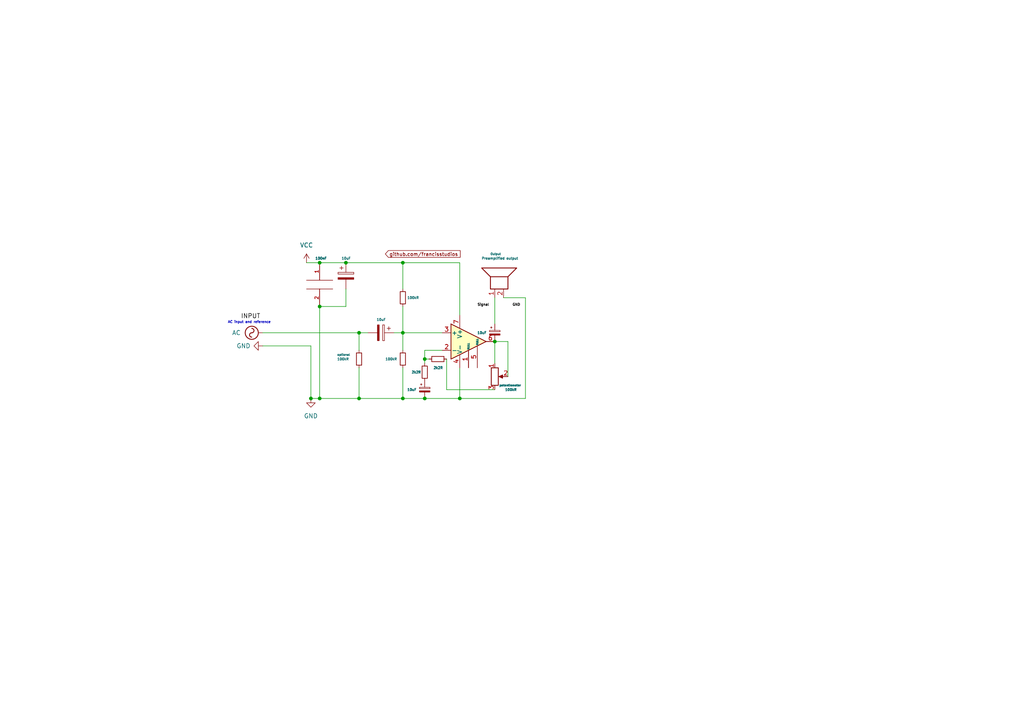
<source format=kicad_sch>
(kicad_sch (version 20211123) (generator eeschema)
  (paper "A4")
  (lib_symbols
    (symbol "Amplifier_Operational:TL071" (pin_names (offset 0.127))
      (property "Reference" "U" (at 0 6.35 0))
      (property "Value" "TL071" (at 0 3.81 0))
      (symbol "TL071_0_1"
        (polyline (pts (xy -5.08 5.08) (xy 5.08 0) (xy -5.08 -5.08) (xy -5.08 5.08)) (stroke (width 0.254)) (fill (type background)))
      )
      (symbol "TL071_1_1"
        (pin input line (at 0 -7.62 90) (length 5.08) (name "NULL") (number "1"))
        (pin input line (at -7.62 -2.54 0) (length 2.54) (name "-") (number "2"))
        (pin input line (at -7.62 2.54 0) (length 2.54) (name "+") (number "3"))
        (pin power_in line (at -2.54 -7.62 90) (length 3.81) (name "V-") (number "4"))
        (pin input line (at 2.54 -7.62 90) (length 6.35) (name "NULL") (number "5"))
        (pin output line (at 7.62 0 180) (length 2.54) (name "~") (number "6"))
        (pin power_in line (at -2.54 7.62 270) (length 3.81) (name "V+") (number "7"))
        (pin no_connect line (at 0 2.54 270) (length 2.54) hide (name "NC") (number "8"))
      )
    )
    (symbol "Device:C_Polarized" (pin_numbers hide) (pin_names (offset 0.254))
      (property "Reference" "C" (at 0.635 2.54 0))
      (property "Value" "C_Polarized" (at 0.635 -2.54 0))
      (symbol "C_Polarized_0_1"
        (rectangle (start -2.286 0.508) (end 2.286 1.016))
        (polyline (pts (xy -1.778 2.286) (xy -0.762 2.286)))
        (polyline (pts (xy -1.27 2.794) (xy -1.27 1.778)))
        (rectangle (start 2.286 -0.508) (end -2.286 -1.016) (fill (type outline)))
      )
      (symbol "C_Polarized_1_1"
        (pin passive line (at 0 3.81 270) (length 2.794) (name "~") (number "1"))
        (pin passive line (at 0 -3.81 90) (length 2.794) (name "~") (number "2"))
      )
    )
    (symbol "Device:C_Polarized_Small" (pin_numbers hide) (pin_names (offset 0.254) hide)
      (property "Reference" "C" (at 0.254 1.778 0))
      (property "Value" "C_Polarized_Small" (at 0.254 -2.032 0))
      (symbol "C_Polarized_Small_0_1"
        (rectangle (start -1.524 -0.3048) (end 1.524 -0.6858) (fill (type outline)))
        (rectangle (start -1.524 0.6858) (end 1.524 0.3048))
        (polyline (pts (xy -1.27 1.524) (xy -0.762 1.524)))
        (polyline (pts (xy -1.016 1.27) (xy -1.016 1.778)))
      )
      (symbol "C_Polarized_Small_1_1"
        (pin passive line (at 0 2.54 270) (length 1.8542) (name "~") (number "1"))
        (pin passive line (at 0 -2.54 90) (length 1.8542) (name "~") (number "2"))
      )
    )
    (symbol "Device:R_Potentiometer" (pin_names (offset 1.016) hide)
      (property "Reference" "RV" (at -4.445 0 90))
      (property "Value" "R_Potentiometer" (at -2.54 0 90))
      (symbol "R_Potentiometer_0_1"
        (polyline (pts (xy 2.54 0) (xy 1.524 0)))
        (polyline (pts (xy 1.143 0) (xy 2.286 0.508) (xy 2.286 -0.508) (xy 1.143 0)) (fill (type outline)))
        (rectangle (start 1.016 2.54) (end -1.016 -2.54) (stroke (width 0.254)))
      )
      (symbol "R_Potentiometer_1_1"
        (pin passive line (at 0 3.81 270) (length 1.27) (name "1") (number "1"))
        (pin passive line (at 3.81 0 180) (length 1.27) (name "2") (number "2"))
        (pin passive line (at 0 -3.81 90) (length 1.27) (name "3") (number "3"))
      )
    )
    (symbol "Device:R_Small" (pin_numbers hide) (pin_names (offset 0.254) hide)
      (property "Reference" "R" (at 0.762 0.508 0))
      (property "Value" "R_Small" (at 0.762 -1.016 0))
      (symbol "R_Small_0_1"
        (rectangle (start -0.762 1.778) (end 0.762 -1.778) (stroke (width 0.2032)))
      )
      (symbol "R_Small_1_1"
        (pin passive line (at 0 2.54 270) (length 0.762) (name "~") (number "1"))
        (pin passive line (at 0 -2.54 90) (length 0.762) (name "~") (number "2"))
      )
    )
    (symbol "Device:Speaker" (pin_names (offset 0) hide)
      (property "Reference" "LS" (at 1.27 5.715 0))
      (property "Value" "Speaker" (at 1.27 3.81 0))
      (symbol "Speaker_0_0"
        (rectangle (start -2.54 1.27) (end 1.016 -3.81) (stroke (width 0.254)))
        (polyline (pts (xy 1.016 1.27) (xy 3.556 3.81) (xy 3.556 -6.35) (xy 1.016 -3.81)) (stroke (width 0.254)))
      )
      (symbol "Speaker_1_1"
        (pin input line (at -5.08 0 0) (length 2.54) (name "1") (number "1"))
        (pin input line (at -5.08 -2.54 0) (length 2.54) (name "2") (number "2"))
      )
    )
    (symbol "power:AC" (power) (pin_names (offset 0))
      (property "Value" "AC" (at 0 6.35 0))
      (symbol "AC_0_1"
        (polyline (pts (xy 0 0) (xy 0 1.27)))
        (arc (start 0 3.175) (mid -0.635 3.81) (end -1.27 3.175) (stroke (width 0.254)))
        (arc (start 0 3.175) (mid 0.635 2.54) (end 1.27 3.175) (stroke (width 0.254)))
        (circle (center 0 3.175) (radius 1.905) (stroke (width 0.254)))
      )
      (symbol "AC_1_1"
        (pin power_in line (at 0 0 90) (length 0) hide (name "AC") (number "1"))
      )
    )
    (symbol "power:GND" (power) (pin_names (offset 0))
      (property "Value" "GND" (at 0 -3.81 0))
      (symbol "GND_0_1"
        (polyline (pts (xy 0 0) (xy 0 -1.27) (xy 1.27 -1.27) (xy 0 -2.54) (xy -1.27 -1.27) (xy 0 -1.27)))
      )
      (symbol "GND_1_1"
        (pin power_in line (at 0 0 270) (length 0) hide (name "GND") (number "1"))
      )
    )
    (symbol "power:VCC" (power) (pin_names (offset 0))
      (property "Value" "VCC" (at 0 3.81 0))
      (symbol "VCC_0_1"
        (polyline (pts (xy -0.762 1.27) (xy 0 2.54)))
        (polyline (pts (xy 0 0) (xy 0 2.54)))
        (polyline (pts (xy 0 2.54) (xy 0.762 1.27)))
      )
      (symbol "VCC_1_1"
        (pin power_in line (at 0 0 90) (length 0) hide (name "VCC") (number "1"))
      )
    )
    (symbol "pspice:CAP" (pin_names (offset 0.254))
      (property "Reference" "C" (at 2.54 3.81 90))
      (property "Value" "CAP" (at 2.54 -3.81 90))
      (symbol "CAP_0_1"
        (polyline (pts (xy -3.81 -1.27) (xy 3.81 -1.27)))
        (polyline (pts (xy -3.81 1.27) (xy 3.81 1.27)))
      )
      (symbol "CAP_1_1"
        (pin passive line (at 0 6.35 270) (length 5.08) (name "~") (number "1"))
        (pin passive line (at 0 -6.35 90) (length 5.08) (name "~") (number "2"))
      )
    )
  )
  (junction (at 92.71 76.2))
  (junction (at 104.14 115.57))
  (junction (at 92.71 88.9))
  (junction (at 104.14 96.52))
  (junction (at 90.17 115.57))
  (junction (at 123.19 115.57))
  (junction (at 100.33 76.2))
  (junction (at 123.19 104.14))
  (junction (at 143.51 99.06))
  (junction (at 92.71 115.57))
  (junction (at 116.84 96.52))
  (junction (at 116.84 115.57))
  (junction (at 133.35 115.57))
  (junction (at 116.84 76.2))
  (wire (pts (xy 129.54 113.03) (xy 129.54 104.14)))
  (wire (pts (xy 114.3 96.52) (xy 116.84 96.52)))
  (wire (pts (xy 143.51 93.98) (xy 143.51 86.36)))
  (wire (pts (xy 104.14 115.57) (xy 116.84 115.57)))
  (wire (pts (xy 133.35 91.44) (xy 133.35 76.2)))
  (wire (pts (xy 116.84 88.9) (xy 116.84 96.52)))
  (wire (pts (xy 106.68 96.52) (xy 104.14 96.52)))
  (wire (pts (xy 90.17 100.33) (xy 90.17 115.57)))
  (wire (pts (xy 116.84 76.2) (xy 100.33 76.2)))
  (wire (pts (xy 143.51 99.06) (xy 147.32 99.06)))
  (wire (pts (xy 128.27 101.6) (xy 123.19 101.6)))
  (wire (pts (xy 116.84 115.57) (xy 123.19 115.57)))
  (wire (pts (xy 100.33 83.82) (xy 100.33 88.9)))
  (wire (pts (xy 133.35 115.57) (xy 133.35 106.68)))
  (wire (pts (xy 92.71 76.2) (xy 88.9 76.2)))
  (wire (pts (xy 76.2 100.33) (xy 90.17 100.33)))
  (wire (pts (xy 116.84 96.52) (xy 128.27 96.52)))
  (wire (pts (xy 104.14 96.52) (xy 76.2 96.52)))
  (wire (pts (xy 116.84 106.68) (xy 116.84 115.57)))
  (wire (pts (xy 92.71 88.9) (xy 92.71 115.57)))
  (wire (pts (xy 124.46 104.14) (xy 123.19 104.14)))
  (wire (pts (xy 100.33 76.2) (xy 92.71 76.2)))
  (wire (pts (xy 100.33 88.9) (xy 92.71 88.9)))
  (wire (pts (xy 90.17 115.57) (xy 92.71 115.57)))
  (wire (pts (xy 133.35 76.2) (xy 116.84 76.2)))
  (wire (pts (xy 143.51 113.03) (xy 129.54 113.03)))
  (wire (pts (xy 143.51 105.41) (xy 143.51 99.06)))
  (wire (pts (xy 133.35 115.57) (xy 152.4 115.57)))
  (wire (pts (xy 116.84 83.82) (xy 116.84 76.2)))
  (wire (pts (xy 147.32 99.06) (xy 147.32 109.22)))
  (wire (pts (xy 152.4 115.57) (xy 152.4 86.36)))
  (wire (pts (xy 104.14 106.68) (xy 104.14 115.57)))
  (wire (pts (xy 123.19 104.14) (xy 123.19 105.41)))
  (wire (pts (xy 123.19 115.57) (xy 133.35 115.57)))
  (wire (pts (xy 116.84 101.6) (xy 116.84 96.52)))
  (wire (pts (xy 92.71 115.57) (xy 104.14 115.57)))
  (wire (pts (xy 152.4 86.36) (xy 146.05 86.36)))
  (wire (pts (xy 123.19 101.6) (xy 123.19 104.14)))
  (wire (pts (xy 104.14 101.6) (xy 104.14 96.52)))
  (text "AC input and reference" (at 66.04 93.98 0) (effects (font (size 0.7 0.7)) (justify left bottom)))
  (label "INPUT" (at 69.85 92.71 0))
  (label "GND" (at 148.59 88.9 0) (effects (font (size 0.7 0.7))))
  (label "Signal" (at 138.43 88.9 0) (effects (font (size 0.7 0.7))))
  (global_label "github.com{slash}francisstudios" (shape input) (at 111.76 73.66 0) (effects (font (size 1 1))) (property "Intersheet References" "${INTERSHEET_REFS}" (effects hide)))
  (symbol (lib_id "Device:R_Potentiometer") (at 143.51 109.22 0) (unit 1)
    (property "Reference" "potentiometer" (at 151.13 111.76 0) (effects (font (size 0.6 0.6)) (justify right)))
    (property "Value" "100kR" (at 149.86 113.03 0) (effects (font (size 0.7 0.7)) (justify right)))
  )
  (symbol (lib_id "Device:R_Small") (at 116.84 104.14 0) (unit 1)
    (property "Reference" "a" (effects hide))
    (property "Value" "100kR" (at 111.76 104.14 0) (effects (font (size 0.7 0.7)) (justify left)))
  )
  (symbol (lib_id "Device:C_Polarized") (at 110.49 96.52 270) (unit 1)
    (property "Reference" "C?" (effects hide))
    (property "Value" "10uF" (at 109.22 92.71 90) (effects (font (size 0.7 0.7)) (justify left)))
  )
  (symbol (lib_id "pspice:CAP") (at 92.71 82.55 0) (unit 1)
    (property "Reference" "C?" (effects hide))
    (property "Value" "100nF" (at 91.44 74.93 0) (effects (font (size 0.7 0.7)) (justify left)))
  )
  (symbol (lib_id "power:VCC") (at 88.9 76.2 0) (unit 1)
    (property "Reference" "#PWR?" (effects hide))
    (property "Value" "VCC" (at 88.9 71.12 0))
  )
  (symbol (lib_id "power:AC") (at 76.2 96.52 90) (unit 1)
    (property "Reference" "#PWR?" (effects hide))
    (property "Value" "AC" (at 69.85 96.5199 90) (effects (justify left)))
  )
  (symbol (lib_id "Device:C_Polarized_Small") (at 143.51 96.52 0) (unit 1)
    (property "Reference" "C?" (effects hide))
    (property "Value" "10uF" (at 138.43 96.52 0) (effects (font (size 0.7 0.7)) (justify left)))
  )
  (symbol (lib_id "Device:C_Polarized_Small") (at 123.19 113.03 0) (unit 1)
    (property "Reference" "C?" (effects hide))
    (property "Value" "10uF" (at 118.11 113.03 0) (effects (font (size 0.7 0.7)) (justify left)))
  )
  (symbol (lib_id "Device:R_Small") (at 127 104.14 270) (unit 1)
    (property "Reference" "a?" (effects hide))
    (property "Value" "2k2R" (at 125.73 106.68 90) (effects (font (size 0.7 0.7)) (justify left)))
  )
  (symbol (lib_id "Device:C_Polarized") (at 100.33 80.01 0) (unit 1)
    (property "Reference" "C?" (effects hide))
    (property "Value" "10uF" (at 99.06 74.93 0) (effects (font (size 0.7 0.7)) (justify left)))
  )
  (symbol (lib_id "Amplifier_Operational:TL071") (at 135.89 99.06 0) (unit 1)
    (property "Reference" "U?" (effects hide))
    (property "Value" "TL071" (effects hide))
    (property "Datasheet" "http://www.ti.com/lit/ds/symlink/tl071.pdf" (effects hide))
  )
  (symbol (lib_id "Device:R_Small") (at 116.84 86.36 0) (unit 1)
    (property "Reference" "a?" (effects hide))
    (property "Value" "100kR" (at 118.11 86.36 0) (effects (font (size 0.7 0.7)) (justify left)))
  )
  (symbol (lib_id "power:GND") (at 76.2 100.33 270) (unit 1)
    (property "Reference" "#PWR?" (effects hide))
    (property "Value" "GND" (at 68.58 100.33 90) (effects (justify left)))
  )
  (symbol (lib_id "Device:Speaker") (at 143.51 81.28 90) (unit 1)
    (property "Reference" "Output" (at 142.24 73.66 90) (effects (font (size 0.6 0.6)) (justify right)))
    (property "Value" "Preamplified output" (at 139.7 74.93 90) (effects (font (size 0.7 0.7)) (justify right)))
  )
  (symbol (lib_id "Device:R_Small") (at 104.14 104.14 0) (unit 1)
    (property "Reference" "optional" (at 97.79 102.87 0) (effects (font (size 0.6 0.6)) (justify left)))
    (property "Value" "100kR" (at 97.79 104.14 0) (effects (font (size 0.7 0.7)) (justify left)))
  )
  (symbol (lib_id "power:GND") (at 90.17 115.57 0) (unit 1)
    (property "Reference" "#PWR?" (effects hide))
    (property "Value" "GND" (at 90.17 120.65 0))
  )
  (symbol (lib_id "Device:R_Small") (at 123.19 107.95 0) (unit 1)
    (property "Reference" "a?" (effects hide))
    (property "Value" "2k2R" (at 119.38 107.95 0) (effects (font (size 0.7 0.7)) (justify left)))
  )
)
</source>
